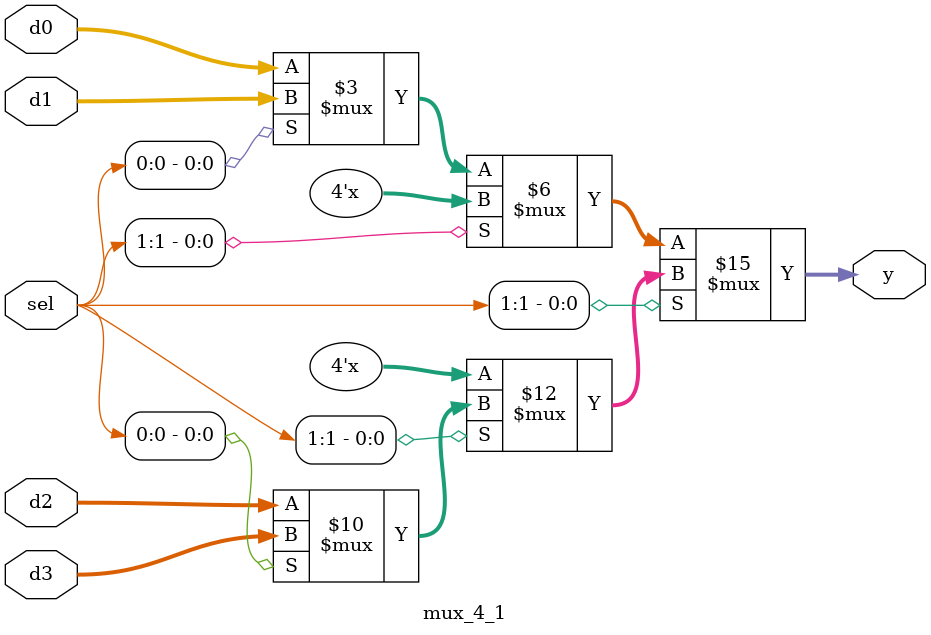
<source format=sv>

module mux_2_1
(
  input        [3:0] d0, d1,
  input              sel,
  output logic [3:0] y
);

  always_comb
    if (sel)
      y = d1;
    else
      y = d0;

endmodule

//----------------------------------------------------------------------------
// Task
//----------------------------------------------------------------------------

module mux_4_1
(
  input        [3:0] d0, d1, d2, d3,
  input        [1:0] sel,
  output logic [3:0] y
);

  // Task:
  // Using code for mux_2_1 as an example,
  // write code for 4:1 mux using the "if" statement
always_comb
    if (sel[1])
      if (sel[0])
      y = d3;
      else
      y = d2;
    else
      if (sel[0])
      y = d1;
      else
      y = d0;


endmodule

</source>
